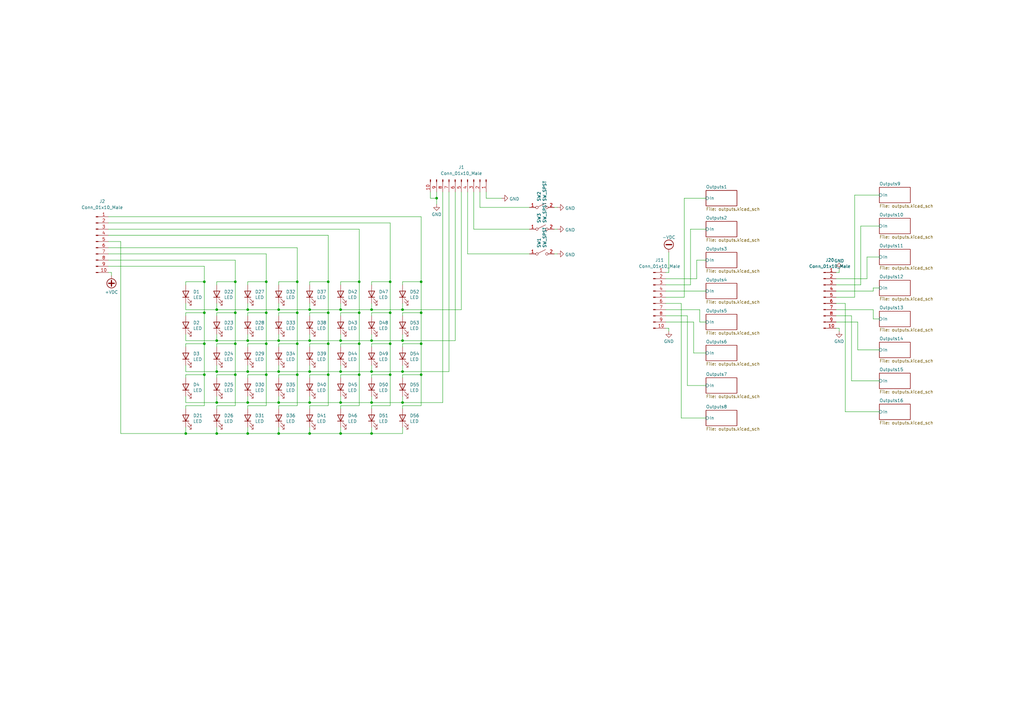
<source format=kicad_sch>
(kicad_sch (version 20230121) (generator eeschema)
  (paper "A3")
  (title_block (title "M2IDI - CV16 IO") (date "2023-05-10") (rev "3.0") (company "GuavTek"))
  (lib_symbols
    (symbol "Connector:Conn_01x10_Pin" (pin_names (offset 1.016) hide)
      (property "Reference" "J" (at 0 12.7 0))
      (property "Value" "Conn_01x10_Pin" (at 0 -15.24 0))
      (symbol "Conn_01x10_Pin_1_1"
        (polyline (pts (xy 1.27 -12.7) (xy 0.8636 -12.7)) (stroke (width 0.1524)))
        (polyline (pts (xy 1.27 -10.16) (xy 0.8636 -10.16)) (stroke (width 0.1524)))
        (polyline (pts (xy 1.27 -7.62) (xy 0.8636 -7.62)) (stroke (width 0.1524)))
        (polyline (pts (xy 1.27 -5.08) (xy 0.8636 -5.08)) (stroke (width 0.1524)))
        (polyline (pts (xy 1.27 -2.54) (xy 0.8636 -2.54)) (stroke (width 0.1524)))
        (polyline (pts (xy 1.27 0) (xy 0.8636 0)) (stroke (width 0.1524)))
        (polyline (pts (xy 1.27 2.54) (xy 0.8636 2.54)) (stroke (width 0.1524)))
        (polyline (pts (xy 1.27 5.08) (xy 0.8636 5.08)) (stroke (width 0.1524)))
        (polyline (pts (xy 1.27 7.62) (xy 0.8636 7.62)) (stroke (width 0.1524)))
        (polyline (pts (xy 1.27 10.16) (xy 0.8636 10.16)) (stroke (width 0.1524)))
        (rectangle (start 0.8636 -12.573) (end 0 -12.827) (stroke (width 0.1524)) (fill (type outline)))
        (rectangle (start 0.8636 -10.033) (end 0 -10.287) (stroke (width 0.1524)) (fill (type outline)))
        (rectangle (start 0.8636 -7.493) (end 0 -7.747) (stroke (width 0.1524)) (fill (type outline)))
        (rectangle (start 0.8636 -4.953) (end 0 -5.207) (stroke (width 0.1524)) (fill (type outline)))
        (rectangle (start 0.8636 -2.413) (end 0 -2.667) (stroke (width 0.1524)) (fill (type outline)))
        (rectangle (start 0.8636 0.127) (end 0 -0.127) (stroke (width 0.1524)) (fill (type outline)))
        (rectangle (start 0.8636 2.667) (end 0 2.413) (stroke (width 0.1524)) (fill (type outline)))
        (rectangle (start 0.8636 5.207) (end 0 4.953) (stroke (width 0.1524)) (fill (type outline)))
        (rectangle (start 0.8636 7.747) (end 0 7.493) (stroke (width 0.1524)) (fill (type outline)))
        (rectangle (start 0.8636 10.287) (end 0 10.033) (stroke (width 0.1524)) (fill (type outline)))
        (pin passive line (at 5.08 10.16 180) (length 3.81) (name "Pin_1") (number "1"))
        (pin passive line (at 5.08 -12.7 180) (length 3.81) (name "Pin_10") (number "10"))
        (pin passive line (at 5.08 7.62 180) (length 3.81) (name "Pin_2") (number "2"))
        (pin passive line (at 5.08 5.08 180) (length 3.81) (name "Pin_3") (number "3"))
        (pin passive line (at 5.08 2.54 180) (length 3.81) (name "Pin_4") (number "4"))
        (pin passive line (at 5.08 0 180) (length 3.81) (name "Pin_5") (number "5"))
        (pin passive line (at 5.08 -2.54 180) (length 3.81) (name "Pin_6") (number "6"))
        (pin passive line (at 5.08 -5.08 180) (length 3.81) (name "Pin_7") (number "7"))
        (pin passive line (at 5.08 -7.62 180) (length 3.81) (name "Pin_8") (number "8"))
        (pin passive line (at 5.08 -10.16 180) (length 3.81) (name "Pin_9") (number "9"))
      )
    )
    (symbol "Device:LED" (pin_numbers hide) (pin_names (offset 1.016) hide)
      (property "Reference" "D" (at 0 2.54 0))
      (property "Value" "LED" (at 0 -2.54 0))
      (symbol "LED_0_1"
        (polyline (pts (xy -1.27 -1.27) (xy -1.27 1.27)) (stroke (width 0.254)))
        (polyline (pts (xy -1.27 0) (xy 1.27 0)))
        (polyline (pts (xy 1.27 -1.27) (xy 1.27 1.27) (xy -1.27 0) (xy 1.27 -1.27)) (stroke (width 0.254)))
        (polyline (pts (xy -3.048 -0.762) (xy -4.572 -2.286) (xy -3.81 -2.286) (xy -4.572 -2.286) (xy -4.572 -1.524)))
        (polyline (pts (xy -1.778 -0.762) (xy -3.302 -2.286) (xy -2.54 -2.286) (xy -3.302 -2.286) (xy -3.302 -1.524)))
      )
      (symbol "LED_1_1"
        (pin passive line (at -3.81 0 0) (length 2.54) (name "K") (number "1"))
        (pin passive line (at 3.81 0 180) (length 2.54) (name "A") (number "2"))
      )
    )
    (symbol "Switch:SW_SPST" (pin_names (offset 0) hide)
      (property "Reference" "SW" (at 0 3.175 0))
      (property "Value" "SW_SPST" (at 0 -2.54 0))
      (symbol "SW_SPST_0_0"
        (circle (center -2.032 0) (radius 0.508))
        (polyline (pts (xy -1.524 0.254) (xy 1.524 1.778)))
        (circle (center 2.032 0) (radius 0.508))
      )
      (symbol "SW_SPST_1_1"
        (pin passive line (at -5.08 0 0) (length 2.54) (name "A") (number "1"))
        (pin passive line (at 5.08 0 180) (length 2.54) (name "B") (number "2"))
      )
    )
    (symbol "power:+VDC" (power) (pin_names (offset 0))
      (property "Value" "+VDC" (at 0 6.35 0))
      (symbol "+VDC_0_1"
        (polyline (pts (xy -1.143 3.175) (xy 1.143 3.175)) (stroke (width 0.508)))
        (polyline (pts (xy 0 0) (xy 0 1.27)))
        (polyline (pts (xy 0 2.032) (xy 0 4.318)) (stroke (width 0.508)))
        (circle (center 0 3.175) (radius 1.905) (stroke (width 0.254)))
      )
      (symbol "+VDC_1_1"
        (pin power_in line (at 0 0 90) (length 0) hide (name "+VDC") (number "1"))
      )
    )
    (symbol "power:-VDC" (power) (pin_names (offset 0))
      (property "Value" "-VDC" (at 0 6.35 0))
      (symbol "-VDC_0_1"
        (polyline (pts (xy -1.143 3.175) (xy 1.143 3.175)) (stroke (width 0.508)))
        (polyline (pts (xy 0 0) (xy 0 1.27)))
        (circle (center 0 3.175) (radius 1.905) (stroke (width 0.254)))
      )
      (symbol "-VDC_1_1"
        (pin power_in line (at 0 0 90) (length 0) hide (name "-VDC") (number "1"))
      )
    )
    (symbol "power:GND" (power) (pin_names (offset 0))
      (property "Value" "GND" (at 0 -3.81 0))
      (symbol "GND_0_1"
        (polyline (pts (xy 0 0) (xy 0 -1.27) (xy 1.27 -1.27) (xy 0 -2.54) (xy -1.27 -1.27) (xy 0 -1.27)))
      )
      (symbol "GND_1_1"
        (pin power_in line (at 0 0 270) (length 0) hide (name "GND") (number "1"))
      )
    )
  )
  (junction (at 76.2 177.8))
  (junction (at 96.52 128.27))
  (junction (at 83.82 128.27))
  (junction (at 114.3 139.7))
  (junction (at 134.62 128.27))
  (junction (at 83.82 153.67))
  (junction (at 165.1 165.1))
  (junction (at 96.52 115.57))
  (junction (at 121.92 128.27))
  (junction (at 165.1 127))
  (junction (at 139.7 127))
  (junction (at 127 177.8))
  (junction (at 109.22 140.97))
  (junction (at 88.9 177.8))
  (junction (at 127 165.1))
  (junction (at 147.32 128.27))
  (junction (at 109.22 128.27))
  (junction (at 134.62 115.57))
  (junction (at 83.82 115.57))
  (junction (at 127 152.4))
  (junction (at 114.3 152.4))
  (junction (at 88.9 127))
  (junction (at 109.22 115.57))
  (junction (at 134.62 153.67))
  (junction (at 139.7 152.4))
  (junction (at 160.02 153.67))
  (junction (at 101.6 139.7))
  (junction (at 147.32 153.67))
  (junction (at 139.7 165.1))
  (junction (at 96.52 140.97))
  (junction (at 179.07 81.28))
  (junction (at 134.62 140.97))
  (junction (at 139.7 139.7))
  (junction (at 152.4 127))
  (junction (at 88.9 165.1))
  (junction (at 172.72 128.27))
  (junction (at 96.52 153.67))
  (junction (at 121.92 153.67))
  (junction (at 101.6 177.8))
  (junction (at 152.4 165.1))
  (junction (at 88.9 152.4))
  (junction (at 139.7 177.8))
  (junction (at 152.4 152.4))
  (junction (at 114.3 165.1))
  (junction (at 172.72 115.57))
  (junction (at 160.02 128.27))
  (junction (at 101.6 165.1))
  (junction (at 114.3 127))
  (junction (at 165.1 152.4))
  (junction (at 109.22 153.67))
  (junction (at 160.02 140.97))
  (junction (at 88.9 139.7))
  (junction (at 172.72 153.67))
  (junction (at 101.6 152.4))
  (junction (at 172.72 140.97))
  (junction (at 114.3 177.8))
  (junction (at 147.32 115.57))
  (junction (at 165.1 139.7))
  (junction (at 127 139.7))
  (junction (at 101.6 127))
  (junction (at 152.4 139.7))
  (junction (at 127 127))
  (junction (at 160.02 115.57))
  (junction (at 147.32 140.97))
  (junction (at 152.4 177.8))
  (junction (at 83.82 140.97))
  (junction (at 121.92 140.97))
  (junction (at 121.92 115.57))
  (wire (pts (xy 344.17 111.76) (xy 344.17 110.49)))
  (wire (pts (xy 139.7 127) (xy 127 127)))
  (wire (pts (xy 349.25 129.54) (xy 342.9 129.54)))
  (wire (pts (xy 139.7 116.84) (xy 139.7 115.57)))
  (wire (pts (xy 152.4 154.94) (xy 152.4 153.67)))
  (wire (pts (xy 88.9 115.57) (xy 96.52 115.57)))
  (wire (pts (xy 165.1 127) (xy 189.23 127)))
  (wire (pts (xy 189.23 127) (xy 189.23 78.74)))
  (wire (pts (xy 134.62 140.97) (xy 134.62 128.27)))
  (wire (pts (xy 196.85 85.09) (xy 217.17 85.09)))
  (wire (pts (xy 165.1 153.67) (xy 165.1 154.94)))
  (wire (pts (xy 101.6 140.97) (xy 101.6 142.24)))
  (wire (pts (xy 88.9 129.54) (xy 88.9 128.27)))
  (wire (pts (xy 101.6 115.57) (xy 101.6 116.84)))
  (wire (pts (xy 83.82 128.27) (xy 83.82 115.57)))
  (wire (pts (xy 172.72 166.37) (xy 172.72 153.67)))
  (wire (pts (xy 49.53 177.8) (xy 49.53 99.06)))
  (wire (pts (xy 342.9 114.3) (xy 355.6 114.3)))
  (wire (pts (xy 114.3 167.64) (xy 114.3 166.37)))
  (wire (pts (xy 160.02 140.97) (xy 152.4 140.97)))
  (wire (pts (xy 346.71 124.46) (xy 342.9 124.46)))
  (wire (pts (xy 353.06 92.71) (xy 360.68 92.71)))
  (wire (pts (xy 114.3 162.56) (xy 114.3 165.1)))
  (wire (pts (xy 127 137.16) (xy 127 139.7)))
  (wire (pts (xy 179.07 81.28) (xy 179.07 83.82)))
  (wire (pts (xy 351.79 143.51) (xy 360.68 143.51)))
  (wire (pts (xy 88.9 140.97) (xy 96.52 140.97)))
  (wire (pts (xy 147.32 153.67) (xy 139.7 153.67)))
  (wire (pts (xy 139.7 139.7) (xy 127 139.7)))
  (wire (pts (xy 342.9 111.76) (xy 344.17 111.76)))
  (wire (pts (xy 147.32 128.27) (xy 139.7 128.27)))
  (wire (pts (xy 101.6 149.86) (xy 101.6 152.4)))
  (wire (pts (xy 88.9 128.27) (xy 96.52 128.27)))
  (wire (pts (xy 152.4 139.7) (xy 139.7 139.7)))
  (wire (pts (xy 165.1 162.56) (xy 165.1 165.1)))
  (wire (pts (xy 152.4 177.8) (xy 139.7 177.8)))
  (wire (pts (xy 139.7 165.1) (xy 127 165.1)))
  (wire (pts (xy 109.22 128.27) (xy 109.22 115.57)))
  (wire (pts (xy 285.75 106.68) (xy 285.75 114.3)))
  (wire (pts (xy 152.4 152.4) (xy 139.7 152.4)))
  (wire (pts (xy 139.7 152.4) (xy 127 152.4)))
  (wire (pts (xy 127 115.57) (xy 127 116.84)))
  (wire (pts (xy 114.3 137.16) (xy 114.3 139.7)))
  (wire (pts (xy 160.02 140.97) (xy 160.02 128.27)))
  (wire (pts (xy 88.9 166.37) (xy 96.52 166.37)))
  (wire (pts (xy 88.9 153.67) (xy 88.9 154.94)))
  (wire (pts (xy 76.2 115.57) (xy 76.2 116.84)))
  (wire (pts (xy 181.61 78.74) (xy 181.61 165.1)))
  (wire (pts (xy 280.67 81.28) (xy 280.67 121.92)))
  (wire (pts (xy 172.72 153.67) (xy 165.1 153.67)))
  (wire (pts (xy 83.82 140.97) (xy 83.82 128.27)))
  (wire (pts (xy 96.52 153.67) (xy 88.9 153.67)))
  (wire (pts (xy 76.2 167.64) (xy 76.2 166.37)))
  (wire (pts (xy 152.4 167.64) (xy 152.4 166.37)))
  (wire (pts (xy 109.22 140.97) (xy 109.22 128.27)))
  (wire (pts (xy 165.1 167.64) (xy 165.1 166.37)))
  (wire (pts (xy 184.15 78.74) (xy 184.15 152.4)))
  (wire (pts (xy 44.45 88.9) (xy 172.72 88.9)))
  (wire (pts (xy 273.05 134.62) (xy 274.32 134.62)))
  (wire (pts (xy 83.82 140.97) (xy 76.2 140.97)))
  (wire (pts (xy 134.62 128.27) (xy 134.62 115.57)))
  (wire (pts (xy 44.45 109.22) (xy 83.82 109.22)))
  (wire (pts (xy 346.71 124.46) (xy 346.71 168.91)))
  (wire (pts (xy 344.17 134.62) (xy 344.17 135.89)))
  (wire (pts (xy 44.45 101.6) (xy 121.92 101.6)))
  (wire (pts (xy 152.4 149.86) (xy 152.4 152.4)))
  (wire (pts (xy 114.3 149.86) (xy 114.3 152.4)))
  (wire (pts (xy 152.4 140.97) (xy 152.4 142.24)))
  (wire (pts (xy 127 149.86) (xy 127 152.4)))
  (wire (pts (xy 121.92 166.37) (xy 121.92 153.67)))
  (wire (pts (xy 165.1 165.1) (xy 152.4 165.1)))
  (wire (pts (xy 165.1 115.57) (xy 172.72 115.57)))
  (wire (pts (xy 114.3 115.57) (xy 121.92 115.57)))
  (wire (pts (xy 280.67 81.28) (xy 289.56 81.28)))
  (wire (pts (xy 127 140.97) (xy 127 142.24)))
  (wire (pts (xy 127 162.56) (xy 127 165.1)))
  (wire (pts (xy 101.6 175.26) (xy 101.6 177.8)))
  (wire (pts (xy 196.85 85.09) (xy 196.85 78.74)))
  (wire (pts (xy 152.4 166.37) (xy 160.02 166.37)))
  (wire (pts (xy 114.3 116.84) (xy 114.3 115.57)))
  (wire (pts (xy 76.2 153.67) (xy 83.82 153.67)))
  (wire (pts (xy 186.69 139.7) (xy 186.69 78.74)))
  (wire (pts (xy 121.92 101.6) (xy 121.92 115.57)))
  (wire (pts (xy 284.48 144.78) (xy 289.56 144.78)))
  (wire (pts (xy 114.3 152.4) (xy 101.6 152.4)))
  (wire (pts (xy 101.6 162.56) (xy 101.6 165.1)))
  (wire (pts (xy 44.45 96.52) (xy 134.62 96.52)))
  (wire (pts (xy 101.6 177.8) (xy 88.9 177.8)))
  (wire (pts (xy 274.32 134.62) (xy 274.32 135.89)))
  (wire (pts (xy 152.4 153.67) (xy 160.02 153.67)))
  (wire (pts (xy 147.32 166.37) (xy 147.32 153.67)))
  (wire (pts (xy 165.1 166.37) (xy 172.72 166.37)))
  (wire (pts (xy 172.72 88.9) (xy 172.72 115.57)))
  (wire (pts (xy 165.1 142.24) (xy 165.1 140.97)))
  (wire (pts (xy 121.92 128.27) (xy 114.3 128.27)))
  (wire (pts (xy 152.4 137.16) (xy 152.4 139.7)))
  (wire (pts (xy 127 129.54) (xy 127 128.27)))
  (wire (pts (xy 88.9 137.16) (xy 88.9 139.7)))
  (wire (pts (xy 121.92 140.97) (xy 121.92 128.27)))
  (wire (pts (xy 342.9 134.62) (xy 344.17 134.62)))
  (wire (pts (xy 44.45 104.14) (xy 109.22 104.14)))
  (wire (pts (xy 176.53 81.28) (xy 179.07 81.28)))
  (wire (pts (xy 88.9 139.7) (xy 76.2 139.7)))
  (wire (pts (xy 194.31 93.98) (xy 194.31 78.74)))
  (wire (pts (xy 101.6 124.46) (xy 101.6 127)))
  (wire (pts (xy 358.14 118.11) (xy 360.68 118.11)))
  (wire (pts (xy 76.2 129.54) (xy 76.2 128.27)))
  (wire (pts (xy 285.75 106.68) (xy 289.56 106.68)))
  (wire (pts (xy 191.77 104.14) (xy 191.77 78.74)))
  (wire (pts (xy 147.32 140.97) (xy 147.32 128.27)))
  (wire (pts (xy 194.31 93.98) (xy 217.17 93.98)))
  (wire (pts (xy 88.9 177.8) (xy 76.2 177.8)))
  (wire (pts (xy 139.7 140.97) (xy 147.32 140.97)))
  (wire (pts (xy 101.6 129.54) (xy 101.6 128.27)))
  (wire (pts (xy 273.05 111.76) (xy 274.32 111.76)))
  (wire (pts (xy 350.52 80.01) (xy 350.52 121.92)))
  (wire (pts (xy 342.9 119.38) (xy 358.14 119.38)))
  (wire (pts (xy 114.3 127) (xy 101.6 127)))
  (wire (pts (xy 287.02 132.08) (xy 289.56 132.08)))
  (wire (pts (xy 283.21 93.98) (xy 289.56 93.98)))
  (wire (pts (xy 76.2 154.94) (xy 76.2 153.67)))
  (wire (pts (xy 127 175.26) (xy 127 177.8)))
  (wire (pts (xy 44.45 93.98) (xy 147.32 93.98)))
  (wire (pts (xy 101.6 152.4) (xy 88.9 152.4)))
  (wire (pts (xy 147.32 93.98) (xy 147.32 115.57)))
  (wire (pts (xy 191.77 104.14) (xy 217.17 104.14)))
  (wire (pts (xy 101.6 128.27) (xy 109.22 128.27)))
  (wire (pts (xy 114.3 124.46) (xy 114.3 127)))
  (wire (pts (xy 273.05 114.3) (xy 285.75 114.3)))
  (wire (pts (xy 284.48 132.08) (xy 284.48 144.78)))
  (wire (pts (xy 165.1 128.27) (xy 165.1 129.54)))
  (wire (pts (xy 76.2 175.26) (xy 76.2 177.8)))
  (wire (pts (xy 114.3 140.97) (xy 121.92 140.97)))
  (wire (pts (xy 88.9 149.86) (xy 88.9 152.4)))
  (wire (pts (xy 139.7 115.57) (xy 147.32 115.57)))
  (wire (pts (xy 165.1 149.86) (xy 165.1 152.4)))
  (wire (pts (xy 121.92 153.67) (xy 114.3 153.67)))
  (wire (pts (xy 127 165.1) (xy 114.3 165.1)))
  (wire (pts (xy 134.62 115.57) (xy 127 115.57)))
  (wire (pts (xy 165.1 177.8) (xy 152.4 177.8)))
  (wire (pts (xy 274.32 111.76) (xy 274.32 103.505)))
  (wire (pts (xy 165.1 175.26) (xy 165.1 177.8)))
  (wire (pts (xy 127 128.27) (xy 134.62 128.27)))
  (wire (pts (xy 147.32 153.67) (xy 147.32 140.97)))
  (wire (pts (xy 127 127) (xy 114.3 127)))
  (wire (pts (xy 350.52 80.01) (xy 360.68 80.01)))
  (wire (pts (xy 101.6 139.7) (xy 88.9 139.7)))
  (wire (pts (xy 351.79 132.08) (xy 351.79 143.51)))
  (wire (pts (xy 45.72 113.03) (xy 45.72 111.76)))
  (wire (pts (xy 96.52 166.37) (xy 96.52 153.67)))
  (wire (pts (xy 101.6 127) (xy 88.9 127)))
  (wire (pts (xy 165.1 165.1) (xy 181.61 165.1)))
  (wire (pts (xy 44.45 106.68) (xy 96.52 106.68)))
  (wire (pts (xy 165.1 116.84) (xy 165.1 115.57)))
  (wire (pts (xy 139.7 153.67) (xy 139.7 154.94)))
  (wire (pts (xy 355.6 105.41) (xy 360.68 105.41)))
  (wire (pts (xy 83.82 153.67) (xy 83.82 140.97)))
  (wire (pts (xy 127 166.37) (xy 134.62 166.37)))
  (wire (pts (xy 152.4 128.27) (xy 160.02 128.27)))
  (wire (pts (xy 172.72 128.27) (xy 172.72 115.57)))
  (wire (pts (xy 101.6 137.16) (xy 101.6 139.7)))
  (wire (pts (xy 121.92 153.67) (xy 121.92 140.97)))
  (wire (pts (xy 281.94 129.54) (xy 281.94 158.115)))
  (wire (pts (xy 139.7 177.8) (xy 127 177.8)))
  (wire (pts (xy 287.02 132.08) (xy 287.02 127)))
  (wire (pts (xy 227.33 85.09) (xy 228.6 85.09)))
  (wire (pts (xy 165.1 152.4) (xy 152.4 152.4)))
  (wire (pts (xy 152.4 162.56) (xy 152.4 165.1)))
  (wire (pts (xy 114.3 175.26) (xy 114.3 177.8)))
  (wire (pts (xy 96.52 140.97) (xy 96.52 128.27)))
  (wire (pts (xy 88.9 152.4) (xy 76.2 152.4)))
  (wire (pts (xy 273.05 132.08) (xy 284.48 132.08)))
  (wire (pts (xy 114.3 166.37) (xy 121.92 166.37)))
  (wire (pts (xy 358.14 127) (xy 358.14 130.81)))
  (wire (pts (xy 45.72 111.76) (xy 44.45 111.76)))
  (wire (pts (xy 134.62 153.67) (xy 134.62 140.97)))
  (wire (pts (xy 283.21 93.98) (xy 283.21 116.84)))
  (wire (pts (xy 287.02 127) (xy 273.05 127)))
  (wire (pts (xy 179.07 78.74) (xy 179.07 81.28)))
  (wire (pts (xy 273.05 119.38) (xy 289.56 119.38)))
  (wire (pts (xy 227.33 93.98) (xy 228.6 93.98)))
  (wire (pts (xy 83.82 109.22) (xy 83.82 115.57)))
  (wire (pts (xy 139.7 175.26) (xy 139.7 177.8)))
  (wire (pts (xy 160.02 153.67) (xy 160.02 140.97)))
  (wire (pts (xy 152.4 165.1) (xy 139.7 165.1)))
  (wire (pts (xy 76.2 162.56) (xy 76.2 165.1)))
  (wire (pts (xy 114.3 177.8) (xy 101.6 177.8)))
  (wire (pts (xy 349.25 156.21) (xy 360.68 156.21)))
  (wire (pts (xy 152.4 115.57) (xy 152.4 116.84)))
  (wire (pts (xy 279.4 124.46) (xy 279.4 171.45)))
  (wire (pts (xy 134.62 166.37) (xy 134.62 153.67)))
  (wire (pts (xy 44.45 91.44) (xy 160.02 91.44)))
  (wire (pts (xy 101.6 165.1) (xy 88.9 165.1)))
  (wire (pts (xy 88.9 167.64) (xy 88.9 166.37)))
  (wire (pts (xy 165.1 139.7) (xy 152.4 139.7)))
  (wire (pts (xy 358.14 130.81) (xy 360.68 130.81)))
  (wire (pts (xy 83.82 115.57) (xy 76.2 115.57)))
  (wire (pts (xy 83.82 166.37) (xy 83.82 153.67)))
  (wire (pts (xy 88.9 175.26) (xy 88.9 177.8)))
  (wire (pts (xy 101.6 153.67) (xy 109.22 153.67)))
  (wire (pts (xy 160.02 166.37) (xy 160.02 153.67)))
  (wire (pts (xy 127 153.67) (xy 134.62 153.67)))
  (wire (pts (xy 139.7 167.64) (xy 139.7 166.37)))
  (wire (pts (xy 109.22 104.14) (xy 109.22 115.57)))
  (wire (pts (xy 139.7 128.27) (xy 139.7 129.54)))
  (wire (pts (xy 114.3 153.67) (xy 114.3 154.94)))
  (wire (pts (xy 165.1 127) (xy 152.4 127)))
  (wire (pts (xy 139.7 137.16) (xy 139.7 139.7)))
  (wire (pts (xy 127 139.7) (xy 114.3 139.7)))
  (wire (pts (xy 165.1 137.16) (xy 165.1 139.7)))
  (wire (pts (xy 109.22 166.37) (xy 109.22 153.67)))
  (wire (pts (xy 114.3 142.24) (xy 114.3 140.97)))
  (wire (pts (xy 350.52 121.92) (xy 342.9 121.92)))
  (wire (pts (xy 134.62 96.52) (xy 134.62 115.57)))
  (wire (pts (xy 76.2 166.37) (xy 83.82 166.37)))
  (wire (pts (xy 109.22 140.97) (xy 101.6 140.97)))
  (wire (pts (xy 160.02 128.27) (xy 160.02 115.57)))
  (wire (pts (xy 358.14 118.11) (xy 358.14 119.38)))
  (wire (pts (xy 172.72 140.97) (xy 172.72 128.27)))
  (wire (pts (xy 139.7 166.37) (xy 147.32 166.37)))
  (wire (pts (xy 152.4 127) (xy 139.7 127)))
  (wire (pts (xy 139.7 162.56) (xy 139.7 165.1)))
  (wire (pts (xy 88.9 162.56) (xy 88.9 165.1)))
  (wire (pts (xy 49.53 99.06) (xy 44.45 99.06)))
  (wire (pts (xy 49.53 177.8) (xy 76.2 177.8)))
  (wire (pts (xy 127 152.4) (xy 114.3 152.4)))
  (wire (pts (xy 76.2 124.46) (xy 76.2 127)))
  (wire (pts (xy 114.3 128.27) (xy 114.3 129.54)))
  (wire (pts (xy 127 154.94) (xy 127 153.67)))
  (wire (pts (xy 152.4 129.54) (xy 152.4 128.27)))
  (wire (pts (xy 96.52 128.27) (xy 96.52 115.57)))
  (wire (pts (xy 349.25 129.54) (xy 349.25 156.21)))
  (wire (pts (xy 96.52 153.67) (xy 96.52 140.97)))
  (wire (pts (xy 355.6 105.41) (xy 355.6 114.3)))
  (wire (pts (xy 88.9 116.84) (xy 88.9 115.57)))
  (wire (pts (xy 342.9 132.08) (xy 351.79 132.08)))
  (wire (pts (xy 199.39 81.28) (xy 199.39 78.74)))
  (wire (pts (xy 165.1 139.7) (xy 186.69 139.7)))
  (wire (pts (xy 88.9 165.1) (xy 76.2 165.1)))
  (wire (pts (xy 139.7 149.86) (xy 139.7 152.4)))
  (wire (pts (xy 172.72 153.67) (xy 172.72 140.97)))
  (wire (pts (xy 114.3 165.1) (xy 101.6 165.1)))
  (wire (pts (xy 283.21 116.84) (xy 273.05 116.84)))
  (wire (pts (xy 76.2 128.27) (xy 83.82 128.27)))
  (wire (pts (xy 152.4 124.46) (xy 152.4 127)))
  (wire (pts (xy 346.71 168.91) (xy 360.68 168.91)))
  (wire (pts (xy 96.52 106.68) (xy 96.52 115.57)))
  (wire (pts (xy 199.39 81.28) (xy 205.74 81.28)))
  (wire (pts (xy 88.9 127) (xy 76.2 127)))
  (wire (pts (xy 101.6 154.94) (xy 101.6 153.67)))
  (wire (pts (xy 353.06 92.71) (xy 353.06 116.84)))
  (wire (pts (xy 101.6 166.37) (xy 109.22 166.37)))
  (wire (pts (xy 88.9 124.46) (xy 88.9 127)))
  (wire (pts (xy 281.94 129.54) (xy 273.05 129.54)))
  (wire (pts (xy 353.06 116.84) (xy 342.9 116.84)))
  (wire (pts (xy 139.7 124.46) (xy 139.7 127)))
  (wire (pts (xy 127 167.64) (xy 127 166.37)))
  (wire (pts (xy 160.02 91.44) (xy 160.02 115.57)))
  (wire (pts (xy 273.05 124.46) (xy 279.4 124.46)))
  (wire (pts (xy 279.4 171.45) (xy 289.56 171.45)))
  (wire (pts (xy 76.2 137.16) (xy 76.2 139.7)))
  (wire (pts (xy 160.02 115.57) (xy 152.4 115.57)))
  (wire (pts (xy 165.1 124.46) (xy 165.1 127)))
  (wire (pts (xy 139.7 142.24) (xy 139.7 140.97)))
  (wire (pts (xy 281.94 158.115) (xy 289.56 158.115)))
  (wire (pts (xy 172.72 128.27) (xy 165.1 128.27)))
  (wire (pts (xy 147.32 128.27) (xy 147.32 115.57)))
  (wire (pts (xy 342.9 127) (xy 358.14 127)))
  (wire (pts (xy 109.22 115.57) (xy 101.6 115.57)))
  (wire (pts (xy 165.1 152.4) (xy 184.15 152.4)))
  (wire (pts (xy 127 124.46) (xy 127 127)))
  (wire (pts (xy 165.1 140.97) (xy 172.72 140.97)))
  (wire (pts (xy 121.92 128.27) (xy 121.92 115.57)))
  (wire (pts (xy 176.53 78.74) (xy 176.53 81.28)))
  (wire (pts (xy 227.33 104.14) (xy 228.6 104.14)))
  (wire (pts (xy 134.62 140.97) (xy 127 140.97)))
  (wire (pts (xy 152.4 175.26) (xy 152.4 177.8)))
  (wire (pts (xy 76.2 149.86) (xy 76.2 152.4)))
  (wire (pts (xy 280.67 121.92) (xy 273.05 121.92)))
  (wire (pts (xy 101.6 167.64) (xy 101.6 166.37)))
  (wire (pts (xy 76.2 140.97) (xy 76.2 142.24)))
  (wire (pts (xy 114.3 139.7) (xy 101.6 139.7)))
  (wire (pts (xy 127 177.8) (xy 114.3 177.8)))
  (wire (pts (xy 109.22 153.67) (xy 109.22 140.97)))
  (wire (pts (xy 88.9 142.24) (xy 88.9 140.97)))
  (symbol (lib_id "Connector:Conn_01x10_Pin") (at 267.97 121.92 0) (unit 1)
    (property "Reference" "J11" (at 270.51 106.68 0))
    (property "Value" "Conn_01x10_Male" (at 270.51 109.22 0))
    (property "Footprint" "Connector_PinHeader_2.54mm:PinHeader_1x10_P2.54mm_Vertical_SMD_Pin1Left" (effects hide))
  )
  (symbol (lib_id "Connector:Conn_01x10_Pin") (at 337.82 121.92 0) (unit 1)
    (property "Reference" "J20" (at 340.36 106.68 0))
    (property "Value" "Conn_01x10_Male" (at 340.36 109.22 0))
    (property "Footprint" "Connector_PinHeader_2.54mm:PinHeader_1x10_P2.54mm_Vertical_SMD_Pin1Left" (effects hide))
  )
  (symbol (lib_id "Connector:Conn_01x10_Pin") (at 39.37 99.06 0) (unit 1)
    (property "Reference" "J2" (at 41.91 82.55 0))
    (property "Value" "Conn_01x10_Male" (at 41.91 85.09 0))
    (property "Footprint" "Connector_PinHeader_2.54mm:PinHeader_1x10_P2.54mm_Vertical_SMD_Pin1Left" (effects hide))
  )
  (symbol (lib_id "Switch:SW_SPST") (at 222.25 85.09 0) (unit 1)
    (property "Reference" "SW2" (at 221.0816 82.6008 90) (effects (justify left)))
    (property "Value" "SW_SPST" (at 223.393 82.6008 90) (effects (justify left)))
    (property "Footprint" "Button_Switch_THT:SW_PUSH_6mm_H13mm" (effects hide))
  )
  (symbol (lib_id "Switch:SW_SPST") (at 222.25 93.98 0) (unit 1)
    (property "Reference" "SW3" (at 221.0816 91.4908 90) (effects (justify left)))
    (property "Value" "SW_SPST" (at 223.393 91.4908 90) (effects (justify left)))
    (property "Footprint" "Button_Switch_THT:SW_PUSH_6mm_H13mm" (effects hide))
  )
  (symbol (lib_id "Device:LED") (at 76.2 120.65 90) (unit 1)
    (property "Reference" "D1" (at 79.1972 119.6594 90) (effects (justify right)))
    (property "Value" "LED" (at 79.1972 121.9708 90) (effects (justify right)))
    (property "Footprint" "Custom_FP:LED_D3.0mm_NoCourtyard" (effects hide))
  )
  (symbol (lib_id "Device:LED") (at 88.9 120.65 90) (unit 1)
    (property "Reference" "D22" (at 91.8972 119.6594 90) (effects (justify right)))
    (property "Value" "LED" (at 91.8972 121.9708 90) (effects (justify right)))
    (property "Footprint" "Custom_FP:LED_D3.0mm_NoCourtyard" (effects hide))
  )
  (symbol (lib_id "Device:LED") (at 101.6 120.65 90) (unit 1)
    (property "Reference" "D27" (at 104.5972 119.6594 90) (effects (justify right)))
    (property "Value" "LED" (at 104.5972 121.9708 90) (effects (justify right)))
    (property "Footprint" "Custom_FP:LED_D3.0mm_NoCourtyard" (effects hide))
  )
  (symbol (lib_id "Device:LED") (at 114.3 120.65 90) (unit 1)
    (property "Reference" "D32" (at 117.2972 119.6594 90) (effects (justify right)))
    (property "Value" "LED" (at 117.2972 121.9708 90) (effects (justify right)))
    (property "Footprint" "Custom_FP:LED_D3.0mm_NoCourtyard" (effects hide))
  )
  (symbol (lib_id "Device:LED") (at 127 120.65 90) (unit 1)
    (property "Reference" "D37" (at 129.9972 119.6594 90) (effects (justify right)))
    (property "Value" "LED" (at 129.9972 121.9708 90) (effects (justify right)))
    (property "Footprint" "Custom_FP:LED_D3.0mm_NoCourtyard" (effects hide))
  )
  (symbol (lib_id "Device:LED") (at 139.7 120.65 90) (unit 1)
    (property "Reference" "D42" (at 142.6972 119.6594 90) (effects (justify right)))
    (property "Value" "LED" (at 142.6972 121.9708 90) (effects (justify right)))
    (property "Footprint" "Custom_FP:LED_D3.0mm_NoCourtyard" (effects hide))
  )
  (symbol (lib_id "Device:LED") (at 76.2 133.35 90) (unit 1)
    (property "Reference" "D2" (at 79.1972 132.3594 90) (effects (justify right)))
    (property "Value" "LED" (at 79.1972 134.6708 90) (effects (justify right)))
    (property "Footprint" "Custom_FP:LED_D3.0mm_NoCourtyard" (effects hide))
  )
  (symbol (lib_id "Device:LED") (at 88.9 133.35 90) (unit 1)
    (property "Reference" "D23" (at 91.8972 132.3594 90) (effects (justify right)))
    (property "Value" "LED" (at 91.8972 134.6708 90) (effects (justify right)))
    (property "Footprint" "Custom_FP:LED_D3.0mm_NoCourtyard" (effects hide))
  )
  (symbol (lib_id "Device:LED") (at 101.6 133.35 90) (unit 1)
    (property "Reference" "D28" (at 104.5972 132.3594 90) (effects (justify right)))
    (property "Value" "LED" (at 104.5972 134.6708 90) (effects (justify right)))
    (property "Footprint" "Custom_FP:LED_D3.0mm_NoCourtyard" (effects hide))
  )
  (symbol (lib_id "Device:LED") (at 114.3 133.35 90) (unit 1)
    (property "Reference" "D33" (at 117.2972 132.3594 90) (effects (justify right)))
    (property "Value" "LED" (at 117.2972 134.6708 90) (effects (justify right)))
    (property "Footprint" "Custom_FP:LED_D3.0mm_NoCourtyard" (effects hide))
  )
  (symbol (lib_id "Device:LED") (at 127 133.35 90) (unit 1)
    (property "Reference" "D38" (at 129.9972 132.3594 90) (effects (justify right)))
    (property "Value" "LED" (at 129.9972 134.6708 90) (effects (justify right)))
    (property "Footprint" "Custom_FP:LED_D3.0mm_NoCourtyard" (effects hide))
  )
  (symbol (lib_id "Device:LED") (at 139.7 133.35 90) (unit 1)
    (property "Reference" "D43" (at 142.6972 132.3594 90) (effects (justify right)))
    (property "Value" "LED" (at 142.6972 134.6708 90) (effects (justify right)))
    (property "Footprint" "Custom_FP:LED_D3.0mm_NoCourtyard" (effects hide))
  )
  (symbol (lib_id "Device:LED") (at 76.2 146.05 90) (unit 1)
    (property "Reference" "D3" (at 79.1972 145.0594 90) (effects (justify right)))
    (property "Value" "LED" (at 79.1972 147.3708 90) (effects (justify right)))
    (property "Footprint" "Custom_FP:LED_D3.0mm_NoCourtyard" (effects hide))
  )
  (symbol (lib_id "Device:LED") (at 88.9 146.05 90) (unit 1)
    (property "Reference" "D24" (at 91.8972 145.0594 90) (effects (justify right)))
    (property "Value" "LED" (at 91.8972 147.3708 90) (effects (justify right)))
    (property "Footprint" "Custom_FP:LED_D3.0mm_NoCourtyard" (effects hide))
  )
  (symbol (lib_id "Device:LED") (at 101.6 146.05 90) (unit 1)
    (property "Reference" "D29" (at 104.5972 145.0594 90) (effects (justify right)))
    (property "Value" "LED" (at 104.5972 147.3708 90) (effects (justify right)))
    (property "Footprint" "Custom_FP:LED_D3.0mm_NoCourtyard" (effects hide))
  )
  (symbol (lib_id "Device:LED") (at 114.3 146.05 90) (unit 1)
    (property "Reference" "D34" (at 117.2972 145.0594 90) (effects (justify right)))
    (property "Value" "LED" (at 117.2972 147.3708 90) (effects (justify right)))
    (property "Footprint" "Custom_FP:LED_D3.0mm_NoCourtyard" (effects hide))
  )
  (symbol (lib_id "Device:LED") (at 127 146.05 90) (unit 1)
    (property "Reference" "D39" (at 129.9972 145.0594 90) (effects (justify right)))
    (property "Value" "LED" (at 129.9972 147.3708 90) (effects (justify right)))
    (property "Footprint" "Custom_FP:LED_D3.0mm_NoCourtyard" (effects hide))
  )
  (symbol (lib_id "Device:LED") (at 139.7 146.05 90) (unit 1)
    (property "Reference" "D44" (at 142.6972 145.0594 90) (effects (justify right)))
    (property "Value" "LED" (at 142.6972 147.3708 90) (effects (justify right)))
    (property "Footprint" "Custom_FP:LED_D3.0mm_NoCourtyard" (effects hide))
  )
  (symbol (lib_id "Device:LED") (at 76.2 158.75 90) (unit 1)
    (property "Reference" "D4" (at 79.1972 157.7594 90) (effects (justify right)))
    (property "Value" "LED" (at 79.1972 160.0708 90) (effects (justify right)))
    (property "Footprint" "Custom_FP:LED_D3.0mm_NoCourtyard" (effects hide))
  )
  (symbol (lib_id "Device:LED") (at 88.9 158.75 90) (unit 1)
    (property "Reference" "D25" (at 91.8972 157.7594 90) (effects (justify right)))
    (property "Value" "LED" (at 91.8972 160.0708 90) (effects (justify right)))
    (property "Footprint" "Custom_FP:LED_D3.0mm_NoCourtyard" (effects hide))
  )
  (symbol (lib_id "Device:LED") (at 101.6 158.75 90) (unit 1)
    (property "Reference" "D30" (at 104.5972 157.7594 90) (effects (justify right)))
    (property "Value" "LED" (at 104.5972 160.0708 90) (effects (justify right)))
    (property "Footprint" "Custom_FP:LED_D3.0mm_NoCourtyard" (effects hide))
  )
  (symbol (lib_id "Device:LED") (at 114.3 158.75 90) (unit 1)
    (property "Reference" "D35" (at 117.2972 157.7594 90) (effects (justify right)))
    (property "Value" "LED" (at 117.2972 160.0708 90) (effects (justify right)))
    (property "Footprint" "Custom_FP:LED_D3.0mm_NoCourtyard" (effects hide))
  )
  (symbol (lib_id "Device:LED") (at 127 158.75 90) (unit 1)
    (property "Reference" "D40" (at 129.9972 157.7594 90) (effects (justify right)))
    (property "Value" "LED" (at 129.9972 160.0708 90) (effects (justify right)))
    (property "Footprint" "Custom_FP:LED_D3.0mm_NoCourtyard" (effects hide))
  )
  (symbol (lib_id "Device:LED") (at 139.7 158.75 90) (unit 1)
    (property "Reference" "D45" (at 142.6972 157.7594 90) (effects (justify right)))
    (property "Value" "LED" (at 142.6972 160.0708 90) (effects (justify right)))
    (property "Footprint" "Custom_FP:LED_D3.0mm_NoCourtyard" (effects hide))
  )
  (symbol (lib_id "Device:LED") (at 76.2 171.45 90) (unit 1)
    (property "Reference" "D21" (at 79.1972 170.4594 90) (effects (justify right)))
    (property "Value" "LED" (at 79.1972 172.7708 90) (effects (justify right)))
    (property "Footprint" "Custom_FP:LED_D3.0mm_NoCourtyard" (effects hide))
  )
  (symbol (lib_id "Device:LED") (at 88.9 171.45 90) (unit 1)
    (property "Reference" "D26" (at 91.8972 170.4594 90) (effects (justify right)))
    (property "Value" "LED" (at 91.8972 172.7708 90) (effects (justify right)))
    (property "Footprint" "Custom_FP:LED_D3.0mm_NoCourtyard" (effects hide))
  )
  (symbol (lib_id "Device:LED") (at 101.6 171.45 90) (unit 1)
    (property "Reference" "D31" (at 104.5972 170.4594 90) (effects (justify right)))
    (property "Value" "LED" (at 104.5972 172.7708 90) (effects (justify right)))
    (property "Footprint" "Custom_FP:LED_D3.0mm_NoCourtyard" (effects hide))
  )
  (symbol (lib_id "Device:LED") (at 114.3 171.45 90) (unit 1)
    (property "Reference" "D36" (at 117.2972 170.4594 90) (effects (justify right)))
    (property "Value" "LED" (at 117.2972 172.7708 90) (effects (justify right)))
    (property "Footprint" "Custom_FP:LED_D3.0mm_NoCourtyard" (effects hide))
  )
  (symbol (lib_id "Device:LED") (at 127 171.45 90) (unit 1)
    (property "Reference" "D41" (at 129.9972 170.4594 90) (effects (justify right)))
    (property "Value" "LED" (at 129.9972 172.7708 90) (effects (justify right)))
    (property "Footprint" "Custom_FP:LED_D3.0mm_NoCourtyard" (effects hide))
  )
  (symbol (lib_id "Device:LED") (at 139.7 171.45 90) (unit 1)
    (property "Reference" "D46" (at 142.6972 170.4594 90) (effects (justify right)))
    (property "Value" "LED" (at 142.6972 172.7708 90) (effects (justify right)))
    (property "Footprint" "Custom_FP:LED_D3.0mm_NoCourtyard" (effects hide))
  )
  (symbol (lib_id "Device:LED") (at 152.4 120.65 90) (unit 1)
    (property "Reference" "D47" (at 155.3972 119.6594 90) (effects (justify right)))
    (property "Value" "LED" (at 155.3972 121.9708 90) (effects (justify right)))
    (property "Footprint" "Custom_FP:LED_D3.0mm_NoCourtyard" (effects hide))
  )
  (symbol (lib_id "Device:LED") (at 165.1 120.65 90) (unit 1)
    (property "Reference" "D52" (at 168.0972 119.6594 90) (effects (justify right)))
    (property "Value" "LED" (at 168.0972 121.9708 90) (effects (justify right)))
    (property "Footprint" "Custom_FP:LED_D3.0mm_NoCourtyard" (effects hide))
  )
  (symbol (lib_id "Device:LED") (at 152.4 133.35 90) (unit 1)
    (property "Reference" "D48" (at 155.3972 132.3594 90) (effects (justify right)))
    (property "Value" "LED" (at 155.3972 134.6708 90) (effects (justify right)))
    (property "Footprint" "Custom_FP:LED_D3.0mm_NoCourtyard" (effects hide))
  )
  (symbol (lib_id "Device:LED") (at 165.1 133.35 90) (unit 1)
    (property "Reference" "D53" (at 168.0972 132.3594 90) (effects (justify right)))
    (property "Value" "LED" (at 168.0972 134.6708 90) (effects (justify right)))
    (property "Footprint" "Custom_FP:LED_D3.0mm_NoCourtyard" (effects hide))
  )
  (symbol (lib_id "Device:LED") (at 152.4 146.05 90) (unit 1)
    (property "Reference" "D49" (at 155.3972 145.0594 90) (effects (justify right)))
    (property "Value" "LED" (at 155.3972 147.3708 90) (effects (justify right)))
    (property "Footprint" "Custom_FP:LED_D3.0mm_NoCourtyard" (effects hide))
  )
  (symbol (lib_id "Device:LED") (at 165.1 146.05 90) (unit 1)
    (property "Reference" "D54" (at 168.0972 145.0594 90) (effects (justify right)))
    (property "Value" "LED" (at 168.0972 147.3708 90) (effects (justify right)))
    (property "Footprint" "Custom_FP:LED_D3.0mm_NoCourtyard" (effects hide))
  )
  (symbol (lib_id "Device:LED") (at 152.4 158.75 90) (unit 1)
    (property "Reference" "D50" (at 155.3972 157.7594 90) (effects (justify right)))
    (property "Value" "LED" (at 155.3972 160.0708 90) (effects (justify right)))
    (property "Footprint" "Custom_FP:LED_D3.0mm_NoCourtyard" (effects hide))
  )
  (symbol (lib_id "Device:LED") (at 165.1 158.75 90) (unit 1)
    (property "Reference" "D55" (at 168.0972 157.7594 90) (effects (justify right)))
    (property "Value" "LED" (at 168.0972 160.0708 90) (effects (justify right)))
    (property "Footprint" "Custom_FP:LED_D3.0mm_NoCourtyard" (effects hide))
  )
  (symbol (lib_id "Device:LED") (at 152.4 171.45 90) (unit 1)
    (property "Reference" "D51" (at 155.3972 170.4594 90) (effects (justify right)))
    (property "Value" "LED" (at 155.3972 172.7708 90) (effects (justify right)))
    (property "Footprint" "Custom_FP:LED_D3.0mm_NoCourtyard" (effects hide))
  )
  (symbol (lib_id "Device:LED") (at 165.1 171.45 90) (unit 1)
    (property "Reference" "D56" (at 168.0972 170.4594 90) (effects (justify right)))
    (property "Value" "LED" (at 168.0972 172.7708 90) (effects (justify right)))
    (property "Footprint" "Custom_FP:LED_D3.0mm_NoCourtyard" (effects hide))
  )
  (symbol (lib_id "Connector:Conn_01x10_Pin") (at 189.23 73.66 270) (unit 1)
    (property "Reference" "J1" (at 189.23 68.58 90))
    (property "Value" "Conn_01x10_Male" (at 189.23 71.12 90))
    (property "Footprint" "Connector_PinHeader_2.54mm:PinHeader_1x10_P2.54mm_Vertical_SMD_Pin1Left" (effects hide))
  )
  (symbol (lib_id "Switch:SW_SPST") (at 222.25 104.14 0) (unit 1)
    (property "Reference" "SW1" (at 221.0816 101.6508 90) (effects (justify left)))
    (property "Value" "SW_SPST" (at 223.393 101.6508 90) (effects (justify left)))
    (property "Footprint" "Button_Switch_THT:SW_PUSH_6mm_H13mm" (effects hide))
  )
  (symbol (lib_id "power:GND") (at 205.74 81.28 90) (unit 1)
    (property "Reference" "#PWR04" (effects hide))
    (property "Value" "GND" (at 208.915 81.5968 90) (effects (justify right)))
  )
  (symbol (lib_id "power:+VDC") (at 45.72 113.03 180) (unit 1)
    (property "Reference" "#PWR02" (effects hide))
    (property "Value" "+VDC" (at 45.72 119.8325 0))
  )
  (symbol (lib_id "power:GND") (at 344.17 110.49 180) (unit 1)
    (property "Reference" "#PWR0122" (effects hide))
    (property "Value" "GND" (at 344.17 106.9881 0))
  )
  (symbol (lib_id "power:GND") (at 228.6 104.14 90) (unit 1)
    (property "Reference" "#PWR07" (effects hide))
    (property "Value" "GND" (at 231.775 104.4568 90) (effects (justify right)))
  )
  (symbol (lib_id "power:GND") (at 228.6 85.09 90) (unit 1)
    (property "Reference" "#PWR05" (effects hide))
    (property "Value" "GND" (at 231.775 85.4068 90) (effects (justify right)))
  )
  (symbol (lib_id "power:GND") (at 344.17 135.89 0) (unit 1)
    (property "Reference" "#PWR0121" (effects hide))
    (property "Value" "GND" (at 344.17 140.0255 0))
  )
  (symbol (lib_id "power:GND") (at 274.32 135.89 0) (unit 1)
    (property "Reference" "#PWR0120" (effects hide))
    (property "Value" "GND" (at 274.32 140.0255 0))
  )
  (symbol (lib_id "power:-VDC") (at 274.32 103.505 0) (unit 1)
    (property "Reference" "#PWR01" (effects hide))
    (property "Value" "-VDC" (at 274.32 97.3361 0))
  )
  (symbol (lib_id "power:GND") (at 228.6 93.98 90) (unit 1)
    (property "Reference" "#PWR06" (effects hide))
    (property "Value" "GND" (at 231.775 94.2968 90) (effects (justify right)))
  )
  (symbol (lib_id "power:GND") (at 179.07 83.82 0) (unit 1)
    (property "Reference" "#PWR03" (effects hide))
    (property "Value" "GND" (at 179.07 87.9555 0))
  )
  (sheet (at 289.56 128.905) (size 12.7 6.35) (stroke (width 0.1524))
    (property "Sheetname" "Outputs5" (at 289.56 128.1934 0) (effects (justify left bottom)))
    (property "Sheetfile" "outputs.kicad_sch" (at 289.56 135.8396 0) (effects (justify left top)))
    (pin "In" input (at 289.56 132.08 180))
  )
  (sheet (at 360.68 114.935) (size 12.7 6.35) (stroke (width 0.1524))
    (property "Sheetname" "Outputs12" (at 360.68 114.2234 0) (effects (justify left bottom)))
    (property "Sheetfile" "outputs.kicad_sch" (at 360.68 121.8696 0) (effects (justify left top)))
    (pin "In" input (at 360.68 118.11 180))
  )
  (sheet (at 360.68 153.035) (size 12.7 6.35) (stroke (width 0.1524))
    (property "Sheetname" "Outputs15" (at 360.68 152.3234 0) (effects (justify left bottom)))
    (property "Sheetfile" "outputs.kicad_sch" (at 360.68 159.9696 0) (effects (justify left top)))
    (pin "In" input (at 360.68 156.21 180))
  )
  (sheet (at 289.56 116.205) (size 12.7 6.35) (stroke (width 0.1524))
    (property "Sheetname" "Outputs4" (at 289.56 115.4934 0) (effects (justify left bottom)))
    (property "Sheetfile" "outputs.kicad_sch" (at 289.56 123.1396 0) (effects (justify left top)))
    (pin "In" input (at 289.56 119.38 180))
  )
  (sheet (at 360.68 165.735) (size 12.7 6.35) (stroke (width 0.1524))
    (property "Sheetname" "Outputs16" (at 360.68 165.0234 0) (effects (justify left bottom)))
    (property "Sheetfile" "outputs.kicad_sch" (at 360.68 172.6696 0) (effects (justify left top)))
    (pin "In" input (at 360.68 168.91 180))
  )
  (sheet (at 360.68 76.835) (size 12.7 6.35) (stroke (width 0.1524))
    (property "Sheetname" "Outputs9" (at 360.68 76.1234 0) (effects (justify left bottom)))
    (property "Sheetfile" "outputs.kicad_sch" (at 360.68 83.7696 0) (effects (justify left top)))
    (pin "In" input (at 360.68 80.01 180))
  )
  (sheet (at 289.56 141.605) (size 12.7 6.35) (stroke (width 0.1524))
    (property "Sheetname" "Outputs6" (at 289.56 140.8934 0) (effects (justify left bottom)))
    (property "Sheetfile" "outputs.kicad_sch" (at 289.56 148.5396 0) (effects (justify left top)))
    (pin "In" input (at 289.56 144.78 180))
  )
  (sheet (at 289.56 168.275) (size 12.7 6.35) (stroke (width 0.1524))
    (property "Sheetname" "Outputs8" (at 289.56 167.5634 0) (effects (justify left bottom)))
    (property "Sheetfile" "outputs.kicad_sch" (at 289.56 175.2096 0) (effects (justify left top)))
    (pin "In" input (at 289.56 171.45 180))
  )
  (sheet (at 289.56 90.805) (size 12.7 6.35) (stroke (width 0.1524))
    (property "Sheetname" "Outputs2" (at 289.56 90.0934 0) (effects (justify left bottom)))
    (property "Sheetfile" "outputs.kicad_sch" (at 289.56 97.7396 0) (effects (justify left top)))
    (pin "In" input (at 289.56 93.98 180))
  )
  (sheet (at 360.68 89.535) (size 12.7 6.35) (stroke (width 0.1524))
    (property "Sheetname" "Outputs10" (at 360.68 88.8234 0) (effects (justify left bottom)))
    (property "Sheetfile" "outputs.kicad_sch" (at 360.68 96.4696 0) (effects (justify left top)))
    (pin "In" input (at 360.68 92.71 180))
  )
  (sheet (at 289.56 103.505) (size 12.7 6.35) (stroke (width 0.1524))
    (property "Sheetname" "Outputs3" (at 289.56 102.7934 0) (effects (justify left bottom)))
    (property "Sheetfile" "outputs.kicad_sch" (at 289.56 110.4396 0) (effects (justify left top)))
    (pin "In" input (at 289.56 106.68 180))
  )
  (sheet (at 360.68 140.335) (size 12.7 6.35) (stroke (width 0.1524))
    (property "Sheetname" "Outputs14" (at 360.68 139.6234 0) (effects (justify left bottom)))
    (property "Sheetfile" "outputs.kicad_sch" (at 360.68 147.2696 0) (effects (justify left top)))
    (pin "In" input (at 360.68 143.51 180))
  )
  (sheet (at 360.68 127.635) (size 12.7 6.35) (stroke (width 0.1524))
    (property "Sheetname" "Outputs13" (at 360.68 126.9234 0) (effects (justify left bottom)))
    (property "Sheetfile" "outputs.kicad_sch" (at 360.68 134.5696 0) (effects (justify left top)))
    (pin "In" input (at 360.68 130.81 180))
  )
  (sheet (at 289.56 154.94) (size 12.7 6.35) (stroke (width 0.1524))
    (property "Sheetname" "Outputs7" (at 289.56 154.2284 0) (effects (justify left bottom)))
    (property "Sheetfile" "outputs.kicad_sch" (at 289.56 161.8746 0) (effects (justify left top)))
    (pin "In" input (at 289.56 158.115 180))
  )
  (sheet (at 289.56 78.105) (size 12.7 6.35) (stroke (width 0.1524))
    (property "Sheetname" "Outputs1" (at 289.56 77.3934 0) (effects (justify left bottom)))
    (property "Sheetfile" "outputs.kicad_sch" (at 289.56 85.0396 0) (effects (justify left top)))
    (pin "In" input (at 289.56 81.28 180))
  )
  (sheet (at 360.68 102.235) (size 12.7 6.35) (stroke (width 0.1524))
    (property "Sheetname" "Outputs11" (at 360.68 101.5234 0) (effects (justify left bottom)))
    (property "Sheetfile" "outputs.kicad_sch" (at 360.68 109.1696 0) (effects (justify left top)))
    (pin "In" input (at 360.68 105.41 180))
  )
)
</source>
